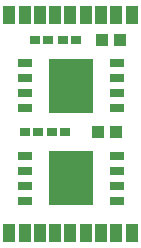
<source format=gts>
G04*
G04 #@! TF.GenerationSoftware,Altium Limited,Altium Designer,20.0.2 (26)*
G04*
G04 Layer_Color=8388736*
%FSLAX25Y25*%
%MOIN*%
G70*
G01*
G75*
%ADD13R,0.03556X0.03162*%
%ADD14R,0.04147X0.04147*%
%ADD15R,0.14580X0.18123*%
%ADD16R,0.04540X0.02572*%
%ADD17R,0.03950X0.06312*%
D13*
X15197Y66063D02*
D03*
X10866D02*
D03*
X20095D02*
D03*
X24425D02*
D03*
X7295Y35323D02*
D03*
X11626D02*
D03*
X16555D02*
D03*
X20886D02*
D03*
D14*
X37756Y35252D02*
D03*
X31653D02*
D03*
X39205Y66004D02*
D03*
X33102D02*
D03*
D15*
X22882Y19886D02*
D03*
Y50626D02*
D03*
D16*
X38236Y27386D02*
D03*
Y22386D02*
D03*
Y17386D02*
D03*
Y12386D02*
D03*
X7528D02*
D03*
Y17386D02*
D03*
Y22386D02*
D03*
Y27386D02*
D03*
X38236Y58126D02*
D03*
Y53126D02*
D03*
Y48126D02*
D03*
Y43126D02*
D03*
X7528D02*
D03*
Y48126D02*
D03*
Y53126D02*
D03*
Y58126D02*
D03*
D17*
X42956Y74134D02*
D03*
X37862D02*
D03*
X7301D02*
D03*
X12395D02*
D03*
X17488D02*
D03*
X22582D02*
D03*
X27675D02*
D03*
X32769D02*
D03*
X2208D02*
D03*
X2205Y1693D02*
D03*
X7298D02*
D03*
X37859D02*
D03*
X32766D02*
D03*
X27672D02*
D03*
X22579D02*
D03*
X17485D02*
D03*
X12392D02*
D03*
X42953D02*
D03*
M02*

</source>
